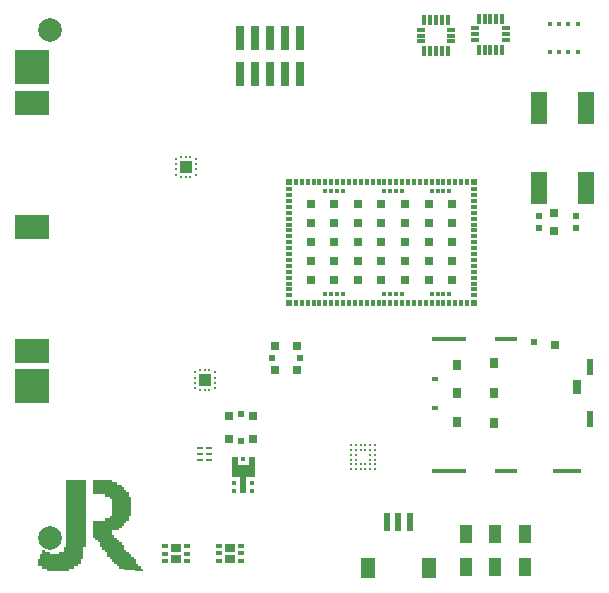
<source format=gbr>
%TF.GenerationSoftware,Altium Limited,Altium Designer,20.1.11 (218)*%
G04 Layer_Color=8421504*
%FSLAX45Y45*%
%MOMM*%
%TF.SameCoordinates,C7425212-4277-447C-8971-9BA6FDDE4791*%
%TF.FilePolarity,Positive*%
%TF.FileFunction,Paste,Top*%
%TF.Part,Single*%
G01*
G75*
%TA.AperFunction,BGAPad,CuDef*%
%ADD11R,0.35000X0.35000*%
%ADD12R,0.80000X0.80000*%
%TA.AperFunction,SMDPad,CuDef*%
%ADD13R,0.30000X0.54000*%
%ADD14R,0.54000X0.54000*%
%ADD15R,0.54000X0.30000*%
%TA.AperFunction,BGAPad,CuDef*%
%ADD16R,0.30000X0.30000*%
%TA.AperFunction,SMDPad,CuDef*%
%ADD17R,2.90000X0.45000*%
%ADD18R,1.90000X0.45000*%
%ADD19R,2.40000X0.45000*%
%ADD20R,0.65000X1.20000*%
%ADD21R,0.50000X1.40000*%
%ADD22R,0.70000X0.75000*%
%ADD23R,0.60000X0.60000*%
%ADD24R,0.60000X0.30000*%
%ADD25R,0.70000X0.90000*%
%TA.AperFunction,BGAPad,CuDef*%
%ADD26C,0.21000*%
%TA.AperFunction,SMDPad,CuDef*%
%ADD27R,1.20000X1.80000*%
%ADD28R,0.60000X1.55000*%
%ADD29R,0.58000X0.50000*%
%ADD30R,0.80000X0.75000*%
%TA.AperFunction,ConnectorPad*%
%ADD31R,1.00000X1.60000*%
%TA.AperFunction,SMDPad,CuDef*%
%ADD32R,0.55000X0.60000*%
%ADD33R,1.40000X2.75000*%
%ADD34R,1.39000X2.75000*%
%ADD35R,0.80000X0.80000*%
%ADD36R,0.80000X0.30000*%
%ADD37R,0.30000X0.92500*%
%ADD38R,0.52500X0.25000*%
%ADD39R,0.50000X0.58000*%
%ADD40R,0.75000X0.80000*%
%ADD41R,1.00000X1.00000*%
%ADD42R,0.25000X0.23000*%
%ADD43R,0.23000X0.25000*%
%ADD44R,3.00000X3.00000*%
%ADD45R,3.00000X2.00000*%
%TA.AperFunction,BGAPad,CuDef*%
%ADD46R,0.40000X0.40000*%
%TA.AperFunction,SMDPad,CuDef*%
%ADD47R,0.55000X0.42000*%
%ADD48R,0.92000X0.71000*%
%TA.AperFunction,ConnectorPad*%
%ADD49R,0.76000X2.03000*%
%TA.AperFunction,SMDPad,CuDef*%
%ADD50C,2.00000*%
%TA.AperFunction,Conductor*%
%ADD52R,1.20000X1.10800*%
%ADD53R,0.47600X1.75798*%
%ADD55R,0.60000X1.40000*%
%TA.AperFunction,OtherPad,Free Pad (15.845mm,35.575mm)*%
%ADD114O,0.23000X0.25000*%
%TA.AperFunction,OtherPad,Free Pad (15.845mm,35.125mm)*%
%ADD115O,0.23000X0.25000*%
%TA.AperFunction,OtherPad,Free Pad (15.845mm,34.675mm)*%
%ADD116O,0.23000X0.25000*%
%TA.AperFunction,OtherPad,Free Pad (15.845mm,34.225mm)*%
%ADD117O,0.23000X0.25000*%
%TA.AperFunction,OtherPad,Free Pad (14.155mm,35.575mm)*%
%ADD118O,0.23000X0.25000*%
%TA.AperFunction,OtherPad,Free Pad (14.155mm,35.125mm)*%
%ADD119O,0.23000X0.25000*%
%TA.AperFunction,OtherPad,Free Pad (14.155mm,34.675mm)*%
%ADD120O,0.23000X0.25000*%
%TA.AperFunction,OtherPad,Free Pad (14.155mm,34.225mm)*%
%ADD121O,0.23000X0.25000*%
%TA.AperFunction,OtherPad,Free Pad (14.6mm,35.745mm)*%
%ADD122O,0.25000X0.23000*%
%TA.AperFunction,OtherPad,Free Pad (15mm,35.745mm)*%
%ADD123O,0.25000X0.23000*%
%TA.AperFunction,OtherPad,Free Pad (15.4mm,35.745mm)*%
%ADD124O,0.25000X0.23000*%
%TA.AperFunction,OtherPad,Free Pad (15.4mm,34.055mm)*%
%ADD125O,0.25000X0.23000*%
%TA.AperFunction,OtherPad,Free Pad (15mm,34.055mm)*%
%ADD126O,0.25000X0.23000*%
%TA.AperFunction,OtherPad,Free Pad (14.6mm,34.055mm)*%
%ADD127O,0.25000X0.23000*%
%TA.AperFunction,OtherPad,Free Pad (15mm,34.9mm)*%
G04:AMPARAMS|DCode=128|XSize=0.85mm|YSize=0.85mm|CornerRadius=0.2125mm|HoleSize=0mm|Usage=FLASHONLY|Rotation=180.000|XOffset=0mm|YOffset=0mm|HoleType=Round|Shape=RoundedRectangle|*
%AMROUNDEDRECTD128*
21,1,0.85000,0.42500,0,0,180.0*
21,1,0.42500,0.85000,0,0,180.0*
1,1,0.42500,-0.21250,0.21250*
1,1,0.42500,0.21250,0.21250*
1,1,0.42500,0.21250,-0.21250*
1,1,0.42500,-0.21250,-0.21250*
%
%ADD128ROUNDEDRECTD128*%
%TA.AperFunction,OtherPad,Free Pad (17.445mm,17.475mm)*%
%ADD129O,0.23000X0.25000*%
%TA.AperFunction,OtherPad,Free Pad (17.445mm,17.025mm)*%
%ADD130O,0.23000X0.25000*%
%TA.AperFunction,OtherPad,Free Pad (17.445mm,16.575mm)*%
%ADD131O,0.23000X0.25000*%
%TA.AperFunction,OtherPad,Free Pad (17.445mm,16.125mm)*%
%ADD132O,0.23000X0.25000*%
%TA.AperFunction,OtherPad,Free Pad (15.755mm,17.475mm)*%
%ADD133O,0.23000X0.25000*%
%TA.AperFunction,OtherPad,Free Pad (15.755mm,17.025mm)*%
%ADD134O,0.23000X0.25000*%
%TA.AperFunction,OtherPad,Free Pad (15.755mm,16.575mm)*%
%ADD135O,0.23000X0.25000*%
%TA.AperFunction,OtherPad,Free Pad (15.755mm,16.125mm)*%
%ADD136O,0.23000X0.25000*%
%TA.AperFunction,OtherPad,Free Pad (16.2mm,17.645mm)*%
%ADD137O,0.25000X0.23000*%
%TA.AperFunction,OtherPad,Free Pad (16.6mm,17.645mm)*%
%ADD138O,0.25000X0.23000*%
%TA.AperFunction,OtherPad,Free Pad (17mm,17.645mm)*%
%ADD139O,0.25000X0.23000*%
%TA.AperFunction,OtherPad,Free Pad (17mm,15.955mm)*%
%ADD140O,0.25000X0.23000*%
%TA.AperFunction,OtherPad,Free Pad (16.6mm,15.955mm)*%
%ADD141O,0.25000X0.23000*%
%TA.AperFunction,OtherPad,Free Pad (16.2mm,15.955mm)*%
%ADD142O,0.25000X0.23000*%
%TA.AperFunction,OtherPad,Free Pad (16.6mm,16.8mm)*%
G04:AMPARAMS|DCode=143|XSize=0.85mm|YSize=0.85mm|CornerRadius=0.2125mm|HoleSize=0mm|Usage=FLASHONLY|Rotation=180.000|XOffset=0mm|YOffset=0mm|HoleType=Round|Shape=RoundedRectangle|*
%AMROUNDEDRECTD143*
21,1,0.85000,0.42500,0,0,180.0*
21,1,0.42500,0.85000,0,0,180.0*
1,1,0.42500,-0.21250,0.21250*
1,1,0.42500,0.21250,0.21250*
1,1,0.42500,0.21250,-0.21250*
1,1,0.42500,-0.21250,-0.21250*
%
%ADD143ROUNDEDRECTD143*%
G36*
X652560Y817360D02*
Y797040D01*
Y776720D01*
Y756400D01*
Y736080D01*
Y715760D01*
Y695440D01*
Y675120D01*
Y654800D01*
Y634480D01*
Y614160D01*
Y593840D01*
Y573520D01*
Y553200D01*
Y532880D01*
Y512560D01*
Y492240D01*
Y471920D01*
Y451600D01*
Y431280D01*
Y410960D01*
Y390640D01*
Y370320D01*
Y350000D01*
Y329680D01*
Y309360D01*
Y289040D01*
Y268720D01*
X632240D01*
Y248400D01*
Y228080D01*
Y207760D01*
Y187440D01*
Y167120D01*
X611920D01*
Y146800D01*
Y126480D01*
X591600D01*
Y106160D01*
X550960D01*
Y85840D01*
X510320D01*
Y65520D01*
X327440D01*
Y85840D01*
X286800D01*
Y106160D01*
X246160D01*
Y126480D01*
Y146800D01*
Y167120D01*
X266480D01*
Y187440D01*
Y207760D01*
X286800D01*
Y228080D01*
Y248400D01*
X307120D01*
Y228080D01*
X347760D01*
Y207760D01*
X429040D01*
Y228080D01*
X469680D01*
Y248400D01*
Y268720D01*
X490000D01*
Y289040D01*
Y309360D01*
Y329680D01*
Y350000D01*
Y370320D01*
Y390640D01*
Y410960D01*
Y431280D01*
Y451600D01*
Y471920D01*
Y492240D01*
Y512560D01*
Y532880D01*
Y553200D01*
Y573520D01*
Y593840D01*
Y614160D01*
Y634480D01*
Y654800D01*
Y675120D01*
Y695440D01*
Y715760D01*
Y736080D01*
Y756400D01*
Y776720D01*
Y797040D01*
Y817360D01*
Y837680D01*
X652560D01*
Y817360D01*
D02*
G37*
G36*
X876080D02*
X916720D01*
Y797040D01*
X957360D01*
Y776720D01*
X977680D01*
Y756400D01*
X998000D01*
Y736080D01*
X1018320D01*
Y715760D01*
Y695440D01*
X1038640D01*
Y675120D01*
Y654800D01*
Y634480D01*
Y614160D01*
Y593840D01*
Y573520D01*
Y553200D01*
Y532880D01*
X1018320D01*
Y512560D01*
Y492240D01*
X998000D01*
Y471920D01*
X977680D01*
Y451600D01*
X957360D01*
Y431280D01*
X937040D01*
Y410960D01*
X876080D01*
Y390640D01*
Y370320D01*
X896400D01*
Y350000D01*
X916720D01*
Y329680D01*
X937040D01*
Y309360D01*
X957360D01*
Y289040D01*
X977680D01*
Y268720D01*
Y248400D01*
X998000D01*
Y228080D01*
X1018320D01*
Y207760D01*
X1038640D01*
Y187440D01*
X1058960D01*
Y167120D01*
X1079280D01*
Y146800D01*
Y126480D01*
X1099600D01*
Y106160D01*
X1119920D01*
Y85840D01*
X1140240D01*
Y65520D01*
X1119920D01*
X937040Y85840D01*
Y106160D01*
X916720D01*
Y126480D01*
X896400D01*
Y146800D01*
X876080D01*
Y167120D01*
X855760D01*
Y187440D01*
X835440D01*
Y207760D01*
Y228080D01*
X815120D01*
Y248400D01*
X794800D01*
Y268720D01*
X774480D01*
Y289040D01*
Y309360D01*
X754160D01*
Y329680D01*
X733840D01*
Y350000D01*
X713520D01*
Y370320D01*
Y390640D01*
Y410960D01*
Y431280D01*
Y451600D01*
Y471920D01*
Y492240D01*
X815120D01*
Y512560D01*
X855760D01*
Y532880D01*
X876080D01*
Y553200D01*
Y573520D01*
Y593840D01*
Y614160D01*
Y634480D01*
Y654800D01*
Y675120D01*
X855760D01*
Y695440D01*
X815120D01*
Y715760D01*
X713520D01*
Y736080D01*
Y756400D01*
Y776720D01*
Y797040D01*
Y817360D01*
Y837680D01*
X876080D01*
Y817360D01*
D02*
G37*
D11*
X1910000Y740800D02*
D03*
Y810000D02*
D03*
Y948399D02*
D03*
Y879200D02*
D03*
Y1015796D02*
D03*
X2064996D02*
D03*
Y879200D02*
D03*
Y948399D02*
D03*
Y810000D02*
D03*
Y740800D02*
D03*
X1987500Y1015796D02*
D03*
Y740800D02*
D03*
D12*
X3757003Y2529996D02*
D03*
Y2689996D02*
D03*
Y3010000D02*
D03*
Y2850001D02*
D03*
Y3170000D02*
D03*
X3557003D02*
D03*
Y2850001D02*
D03*
Y3010000D02*
D03*
Y2689996D02*
D03*
Y2529996D02*
D03*
X3357003D02*
D03*
Y2689996D02*
D03*
Y3010000D02*
D03*
Y2850001D02*
D03*
Y3170000D02*
D03*
X2957004Y2529996D02*
D03*
Y2689996D02*
D03*
Y3010000D02*
D03*
Y2850001D02*
D03*
Y3170000D02*
D03*
X3157004Y2529996D02*
D03*
Y2689996D02*
D03*
Y3010000D02*
D03*
Y2850001D02*
D03*
Y3170000D02*
D03*
X2757005Y2529996D02*
D03*
Y2689996D02*
D03*
Y3010000D02*
D03*
Y2850001D02*
D03*
Y3170000D02*
D03*
X2557000Y2689996D02*
D03*
Y3010000D02*
D03*
Y2850001D02*
D03*
Y3170000D02*
D03*
Y2529996D02*
D03*
D13*
X3882001Y2337998D02*
D03*
X3832004D02*
D03*
X3782001D02*
D03*
X3732004D02*
D03*
X3682002D02*
D03*
X3632004D02*
D03*
X3582002D02*
D03*
X3532004D02*
D03*
X3482002D02*
D03*
X3432005D02*
D03*
X3382002D02*
D03*
X3332005D02*
D03*
X3282002D02*
D03*
X3232005D02*
D03*
X3182003D02*
D03*
X3132000D02*
D03*
X3082003D02*
D03*
X3032000D02*
D03*
X2982003D02*
D03*
X2932000D02*
D03*
X2882003D02*
D03*
X2832001D02*
D03*
X2782003D02*
D03*
X2732001D02*
D03*
X2682004D02*
D03*
X2632001D02*
D03*
X2582004D02*
D03*
X2532001D02*
D03*
X2482004D02*
D03*
X2432001D02*
D03*
X2482004Y3361999D02*
D03*
X2532006D02*
D03*
X2582004D02*
D03*
X2632006D02*
D03*
X2682004D02*
D03*
X2732006D02*
D03*
X2782003D02*
D03*
X2832006D02*
D03*
X2882003D02*
D03*
X2932006D02*
D03*
X2982003D02*
D03*
X3032005D02*
D03*
X3082003D02*
D03*
X3132005D02*
D03*
X3182003D02*
D03*
X3232005D02*
D03*
X3282007D02*
D03*
X3332005D02*
D03*
X3382007D02*
D03*
X3432005D02*
D03*
X3482007D02*
D03*
X3532004D02*
D03*
X3582007D02*
D03*
X3632004D02*
D03*
X3682007D02*
D03*
X3732004D02*
D03*
X3782006D02*
D03*
X3832004D02*
D03*
X3882006D02*
D03*
X2432007D02*
D03*
D14*
X3944003Y2337998D02*
D03*
X2370000D02*
D03*
X3944003Y3361999D02*
D03*
X2370000D02*
D03*
D15*
Y2399999D02*
D03*
Y2449996D02*
D03*
Y2499999D02*
D03*
Y2549996D02*
D03*
Y2599999D02*
D03*
Y2649996D02*
D03*
Y2699998D02*
D03*
Y2749996D02*
D03*
Y2799998D02*
D03*
Y2850001D02*
D03*
Y2899998D02*
D03*
Y3000003D02*
D03*
Y3050000D02*
D03*
Y3100003D02*
D03*
Y3150000D02*
D03*
Y3200002D02*
D03*
Y3250000D02*
D03*
Y3300002D02*
D03*
X3944003Y3249995D02*
D03*
Y3199997D02*
D03*
Y3149995D02*
D03*
Y3099998D02*
D03*
Y3049995D02*
D03*
Y2999998D02*
D03*
Y2949995D02*
D03*
Y2899998D02*
D03*
Y2849996D02*
D03*
Y2799998D02*
D03*
Y2749996D02*
D03*
Y2699993D02*
D03*
Y2649996D02*
D03*
Y2599994D02*
D03*
Y2549996D02*
D03*
Y2499994D02*
D03*
Y2449996D02*
D03*
Y2399994D02*
D03*
X2370000Y2950000D02*
D03*
X3944003Y3299997D02*
D03*
D16*
X3732004Y2415000D02*
D03*
X3632004D02*
D03*
X3682002D02*
D03*
X3582002D02*
D03*
X3182003D02*
D03*
X3282002D02*
D03*
X3232000D02*
D03*
X3332005D02*
D03*
X2832001D02*
D03*
X2682004D02*
D03*
X2782003D02*
D03*
X2732001D02*
D03*
X3732004Y3284996D02*
D03*
X3632004D02*
D03*
X3682002D02*
D03*
X3582002D02*
D03*
X3182003D02*
D03*
X3282002D02*
D03*
X3232000D02*
D03*
X3332005D02*
D03*
X2832001D02*
D03*
X2682004D02*
D03*
X2782003D02*
D03*
X2732001D02*
D03*
D17*
X3724997Y912502D02*
D03*
Y2030000D02*
D03*
D18*
X4210000Y912502D02*
D03*
Y2030000D02*
D03*
D19*
X4725000Y912502D02*
D03*
D20*
X4812498Y1625500D02*
D03*
D21*
X4919996Y1350499D02*
D03*
Y1790503D02*
D03*
D22*
X4625000Y1980003D02*
D03*
D23*
X4445001Y2007501D02*
D03*
D24*
X3610001Y1448503D02*
D03*
Y1692500D02*
D03*
D25*
X3795000Y1326501D02*
D03*
Y1570499D02*
D03*
Y1814501D02*
D03*
X4111997Y1316499D02*
D03*
Y1570499D02*
D03*
Y1824499D02*
D03*
D26*
X3100002Y930002D02*
D03*
X3060002D02*
D03*
X3020002D02*
D03*
X2980002D02*
D03*
X2940003D02*
D03*
X2900003D02*
D03*
X3100002Y970002D02*
D03*
X3060002D02*
D03*
X3020002D02*
D03*
X2980002D02*
D03*
X2940003D02*
D03*
X2900003D02*
D03*
X3100002Y1010002D02*
D03*
X3060002D02*
D03*
X2940003D02*
D03*
X2900003D02*
D03*
X3100002Y1050002D02*
D03*
X3060002D02*
D03*
X2940003D02*
D03*
X2900003D02*
D03*
X3100002Y1090002D02*
D03*
X3060002D02*
D03*
X3020002D02*
D03*
X2980002D02*
D03*
X2940003D02*
D03*
X2900003D02*
D03*
X3100002Y1130002D02*
D03*
X3060002D02*
D03*
X3020002D02*
D03*
X2980002D02*
D03*
X2940003D02*
D03*
X2900003D02*
D03*
D27*
X3560004Y90000D02*
D03*
X3040000D02*
D03*
D28*
X3299999Y477497D02*
D03*
X3200000D02*
D03*
X3399999D02*
D03*
D29*
X2465998Y1869998D02*
D03*
X2234000D02*
D03*
D30*
X2445002Y1767499D02*
D03*
Y1972502D02*
D03*
X2255000D02*
D03*
Y1767499D02*
D03*
D31*
X4370002Y380002D02*
D03*
X3869998D02*
D03*
X4120000D02*
D03*
Y100002D02*
D03*
X3869998D02*
D03*
X4370002D02*
D03*
D32*
X4800003Y2970000D02*
D03*
Y3070000D02*
D03*
X4490000Y2969999D02*
D03*
Y3069999D02*
D03*
D33*
X4890002Y3987502D02*
D03*
X4490002D02*
D03*
X4890002Y3312502D02*
D03*
D34*
X4490002D02*
D03*
D35*
X4619998Y2945002D02*
D03*
Y3094999D02*
D03*
D36*
X3747502Y4649998D02*
D03*
Y4600001D02*
D03*
Y4549998D02*
D03*
X3492501D02*
D03*
Y4600001D02*
D03*
Y4649998D02*
D03*
X3952502Y4659998D02*
D03*
Y4610001D02*
D03*
Y4559998D02*
D03*
X4207498D02*
D03*
Y4610001D02*
D03*
Y4659998D02*
D03*
D37*
X3719999Y4471248D02*
D03*
X3670001D02*
D03*
X3619999D02*
D03*
X3570001D02*
D03*
X3519999D02*
D03*
Y4728748D02*
D03*
X3570001D02*
D03*
X3619999D02*
D03*
X3670001D02*
D03*
X3719999D02*
D03*
X4180000Y4738748D02*
D03*
X4130002D02*
D03*
X4080000D02*
D03*
X4030002D02*
D03*
X3980000D02*
D03*
Y4481248D02*
D03*
X4030002D02*
D03*
X4080000D02*
D03*
X4130002D02*
D03*
X4180000D02*
D03*
D38*
X1692502Y1010000D02*
D03*
Y1060002D02*
D03*
Y1110000D02*
D03*
X1620000Y1010000D02*
D03*
Y1060002D02*
D03*
Y1110000D02*
D03*
D39*
X1970002Y1396002D02*
D03*
Y1163998D02*
D03*
D40*
X2072501Y1375001D02*
D03*
X1867498D02*
D03*
Y1184999D02*
D03*
X2072501D02*
D03*
D41*
X1500000Y3490000D02*
D03*
X1660006Y1679993D02*
D03*
D42*
X1460000Y3574501D02*
D03*
X1500000D02*
D03*
X1540000D02*
D03*
Y3405499D02*
D03*
X1500000D02*
D03*
X1460000D02*
D03*
X1620006Y1764494D02*
D03*
X1660006D02*
D03*
X1700006D02*
D03*
Y1595493D02*
D03*
X1660006D02*
D03*
X1620006D02*
D03*
D43*
X1584501Y3557503D02*
D03*
Y3512499D02*
D03*
Y3467501D02*
D03*
Y3422502D02*
D03*
X1415499D02*
D03*
Y3467501D02*
D03*
Y3512499D02*
D03*
Y3557503D02*
D03*
X1744507Y1747491D02*
D03*
Y1702493D02*
D03*
Y1657494D02*
D03*
Y1612490D02*
D03*
X1575510D02*
D03*
Y1657494D02*
D03*
Y1702493D02*
D03*
Y1747491D02*
D03*
D44*
X199999Y1630002D02*
D03*
Y4330002D02*
D03*
D45*
Y4030002D02*
D03*
Y1930001D02*
D03*
Y2980002D02*
D03*
D46*
X4820000Y4699998D02*
D03*
X4740000D02*
D03*
X4660001D02*
D03*
X4580001D02*
D03*
Y4459999D02*
D03*
X4660001D02*
D03*
X4740000D02*
D03*
X4820000D02*
D03*
D47*
X1325502Y277501D02*
D03*
Y212502D02*
D03*
Y147498D02*
D03*
X1514498D02*
D03*
Y212502D02*
D03*
Y277501D02*
D03*
X1780999Y279997D02*
D03*
Y214999D02*
D03*
Y150000D02*
D03*
X1970000D02*
D03*
Y214999D02*
D03*
Y279997D02*
D03*
D48*
X1420000Y260000D02*
D03*
Y164999D02*
D03*
X1875497Y262497D02*
D03*
Y167501D02*
D03*
D49*
X1956500Y4580498D02*
D03*
X2210500D02*
D03*
X2337500D02*
D03*
X2464500D02*
D03*
X1956500Y4275500D02*
D03*
X2083500D02*
D03*
X2210500D02*
D03*
X2337500D02*
D03*
X2464500D02*
D03*
X2083500Y4580498D02*
D03*
D50*
X350000Y350000D02*
D03*
Y4650000D02*
D03*
D52*
X1987504Y912933D02*
D03*
D53*
X1916300Y945435D02*
D03*
X2058703D02*
D03*
D55*
X1987484Y793271D02*
D03*
D114*
X1584501Y3557503D02*
D03*
D115*
Y3512499D02*
D03*
D116*
Y3467501D02*
D03*
D117*
Y3422502D02*
D03*
D118*
X1415499Y3557503D02*
D03*
D119*
Y3512499D02*
D03*
D120*
Y3467501D02*
D03*
D121*
Y3422502D02*
D03*
D122*
X1460000Y3574501D02*
D03*
D123*
X1500000D02*
D03*
D124*
X1540000D02*
D03*
D125*
Y3405499D02*
D03*
D126*
X1500000D02*
D03*
D127*
X1460000D02*
D03*
D128*
X1499990Y3490010D02*
D03*
D129*
X1744507Y1747491D02*
D03*
D130*
Y1702493D02*
D03*
D131*
Y1657494D02*
D03*
D132*
Y1612490D02*
D03*
D133*
X1575510Y1747491D02*
D03*
D134*
Y1702493D02*
D03*
D135*
Y1657494D02*
D03*
D136*
Y1612490D02*
D03*
D137*
X1620006Y1764494D02*
D03*
D138*
X1660006D02*
D03*
D139*
X1700006D02*
D03*
D140*
Y1595493D02*
D03*
D141*
X1660006D02*
D03*
D142*
X1620006D02*
D03*
D143*
X1660001Y1679998D02*
D03*
%TF.MD5,405b2b7cca69e22e09bbbd01d5476354*%
M02*

</source>
